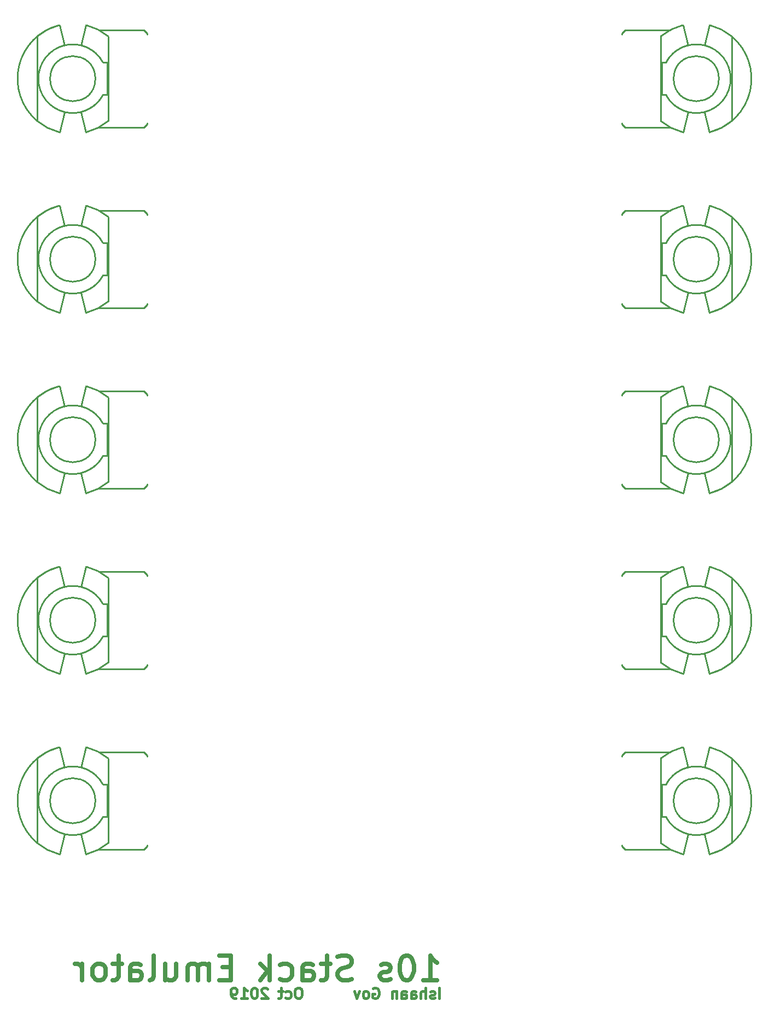
<source format=gbr>
G04 #@! TF.GenerationSoftware,KiCad,Pcbnew,(5.1.4)-1*
G04 #@! TF.CreationDate,2019-10-05T20:51:56-04:00*
G04 #@! TF.ProjectId,Fusion Cell Emulator,46757369-6f6e-4204-9365-6c6c20456d75,rev?*
G04 #@! TF.SameCoordinates,Original*
G04 #@! TF.FileFunction,Legend,Bot*
G04 #@! TF.FilePolarity,Positive*
%FSLAX46Y46*%
G04 Gerber Fmt 4.6, Leading zero omitted, Abs format (unit mm)*
G04 Created by KiCad (PCBNEW (5.1.4)-1) date 2019-10-05 20:51:56*
%MOMM*%
%LPD*%
G04 APERTURE LIST*
%ADD10C,0.381000*%
%ADD11C,0.635000*%
%ADD12C,0.254000*%
G04 APERTURE END LIST*
D10*
X160857595Y-134731880D02*
X160857595Y-133080880D01*
X160150023Y-134653261D02*
X159992785Y-134731880D01*
X159678309Y-134731880D01*
X159521071Y-134653261D01*
X159442452Y-134496023D01*
X159442452Y-134417404D01*
X159521071Y-134260166D01*
X159678309Y-134181547D01*
X159914166Y-134181547D01*
X160071404Y-134102928D01*
X160150023Y-133945690D01*
X160150023Y-133867071D01*
X160071404Y-133709833D01*
X159914166Y-133631214D01*
X159678309Y-133631214D01*
X159521071Y-133709833D01*
X158734880Y-134731880D02*
X158734880Y-133080880D01*
X158027309Y-134731880D02*
X158027309Y-133867071D01*
X158105928Y-133709833D01*
X158263166Y-133631214D01*
X158499023Y-133631214D01*
X158656261Y-133709833D01*
X158734880Y-133788452D01*
X156533547Y-134731880D02*
X156533547Y-133867071D01*
X156612166Y-133709833D01*
X156769404Y-133631214D01*
X157083880Y-133631214D01*
X157241119Y-133709833D01*
X156533547Y-134653261D02*
X156690785Y-134731880D01*
X157083880Y-134731880D01*
X157241119Y-134653261D01*
X157319738Y-134496023D01*
X157319738Y-134338785D01*
X157241119Y-134181547D01*
X157083880Y-134102928D01*
X156690785Y-134102928D01*
X156533547Y-134024309D01*
X155039785Y-134731880D02*
X155039785Y-133867071D01*
X155118404Y-133709833D01*
X155275642Y-133631214D01*
X155590119Y-133631214D01*
X155747357Y-133709833D01*
X155039785Y-134653261D02*
X155197023Y-134731880D01*
X155590119Y-134731880D01*
X155747357Y-134653261D01*
X155825976Y-134496023D01*
X155825976Y-134338785D01*
X155747357Y-134181547D01*
X155590119Y-134102928D01*
X155197023Y-134102928D01*
X155039785Y-134024309D01*
X154253595Y-133631214D02*
X154253595Y-134731880D01*
X154253595Y-133788452D02*
X154174976Y-133709833D01*
X154017738Y-133631214D01*
X153781880Y-133631214D01*
X153624642Y-133709833D01*
X153546023Y-133867071D01*
X153546023Y-134731880D01*
X150637119Y-133159500D02*
X150794357Y-133080880D01*
X151030214Y-133080880D01*
X151266071Y-133159500D01*
X151423309Y-133316738D01*
X151501928Y-133473976D01*
X151580547Y-133788452D01*
X151580547Y-134024309D01*
X151501928Y-134338785D01*
X151423309Y-134496023D01*
X151266071Y-134653261D01*
X151030214Y-134731880D01*
X150872976Y-134731880D01*
X150637119Y-134653261D01*
X150558500Y-134574642D01*
X150558500Y-134024309D01*
X150872976Y-134024309D01*
X149615071Y-134731880D02*
X149772309Y-134653261D01*
X149850928Y-134574642D01*
X149929547Y-134417404D01*
X149929547Y-133945690D01*
X149850928Y-133788452D01*
X149772309Y-133709833D01*
X149615071Y-133631214D01*
X149379214Y-133631214D01*
X149221976Y-133709833D01*
X149143357Y-133788452D01*
X149064738Y-133945690D01*
X149064738Y-134417404D01*
X149143357Y-134574642D01*
X149221976Y-134653261D01*
X149379214Y-134731880D01*
X149615071Y-134731880D01*
X148514404Y-133631214D02*
X148121309Y-134731880D01*
X147728214Y-133631214D01*
X139237357Y-133080880D02*
X138922880Y-133080880D01*
X138765642Y-133159500D01*
X138608404Y-133316738D01*
X138529785Y-133631214D01*
X138529785Y-134181547D01*
X138608404Y-134496023D01*
X138765642Y-134653261D01*
X138922880Y-134731880D01*
X139237357Y-134731880D01*
X139394595Y-134653261D01*
X139551833Y-134496023D01*
X139630452Y-134181547D01*
X139630452Y-133631214D01*
X139551833Y-133316738D01*
X139394595Y-133159500D01*
X139237357Y-133080880D01*
X137114642Y-134653261D02*
X137271880Y-134731880D01*
X137586357Y-134731880D01*
X137743595Y-134653261D01*
X137822214Y-134574642D01*
X137900833Y-134417404D01*
X137900833Y-133945690D01*
X137822214Y-133788452D01*
X137743595Y-133709833D01*
X137586357Y-133631214D01*
X137271880Y-133631214D01*
X137114642Y-133709833D01*
X136642928Y-133631214D02*
X136013976Y-133631214D01*
X136407071Y-133080880D02*
X136407071Y-134496023D01*
X136328452Y-134653261D01*
X136171214Y-134731880D01*
X136013976Y-134731880D01*
X134284357Y-133238119D02*
X134205738Y-133159500D01*
X134048500Y-133080880D01*
X133655404Y-133080880D01*
X133498166Y-133159500D01*
X133419547Y-133238119D01*
X133340928Y-133395357D01*
X133340928Y-133552595D01*
X133419547Y-133788452D01*
X134362976Y-134731880D01*
X133340928Y-134731880D01*
X132318880Y-133080880D02*
X132161642Y-133080880D01*
X132004404Y-133159500D01*
X131925785Y-133238119D01*
X131847166Y-133395357D01*
X131768547Y-133709833D01*
X131768547Y-134102928D01*
X131847166Y-134417404D01*
X131925785Y-134574642D01*
X132004404Y-134653261D01*
X132161642Y-134731880D01*
X132318880Y-134731880D01*
X132476119Y-134653261D01*
X132554738Y-134574642D01*
X132633357Y-134417404D01*
X132711976Y-134102928D01*
X132711976Y-133709833D01*
X132633357Y-133395357D01*
X132554738Y-133238119D01*
X132476119Y-133159500D01*
X132318880Y-133080880D01*
X130196166Y-134731880D02*
X131139595Y-134731880D01*
X130667880Y-134731880D02*
X130667880Y-133080880D01*
X130825119Y-133316738D01*
X130982357Y-133473976D01*
X131139595Y-133552595D01*
X129409976Y-134731880D02*
X129095500Y-134731880D01*
X128938261Y-134653261D01*
X128859642Y-134574642D01*
X128702404Y-134338785D01*
X128623785Y-134024309D01*
X128623785Y-133395357D01*
X128702404Y-133238119D01*
X128781023Y-133159500D01*
X128938261Y-133080880D01*
X129252738Y-133080880D01*
X129409976Y-133159500D01*
X129488595Y-133238119D01*
X129567214Y-133395357D01*
X129567214Y-133788452D01*
X129488595Y-133945690D01*
X129409976Y-134024309D01*
X129252738Y-134102928D01*
X128938261Y-134102928D01*
X128781023Y-134024309D01*
X128702404Y-133945690D01*
X128623785Y-133788452D01*
D11*
X158387142Y-131898571D02*
X160564285Y-131898571D01*
X159475714Y-131898571D02*
X159475714Y-128088571D01*
X159838571Y-128632857D01*
X160201428Y-128995714D01*
X160564285Y-129177142D01*
X156028571Y-128088571D02*
X155665714Y-128088571D01*
X155302857Y-128270000D01*
X155121428Y-128451428D01*
X154940000Y-128814285D01*
X154758571Y-129540000D01*
X154758571Y-130447142D01*
X154940000Y-131172857D01*
X155121428Y-131535714D01*
X155302857Y-131717142D01*
X155665714Y-131898571D01*
X156028571Y-131898571D01*
X156391428Y-131717142D01*
X156572857Y-131535714D01*
X156754285Y-131172857D01*
X156935714Y-130447142D01*
X156935714Y-129540000D01*
X156754285Y-128814285D01*
X156572857Y-128451428D01*
X156391428Y-128270000D01*
X156028571Y-128088571D01*
X153307142Y-131717142D02*
X152944285Y-131898571D01*
X152218571Y-131898571D01*
X151855714Y-131717142D01*
X151674285Y-131354285D01*
X151674285Y-131172857D01*
X151855714Y-130810000D01*
X152218571Y-130628571D01*
X152762857Y-130628571D01*
X153125714Y-130447142D01*
X153307142Y-130084285D01*
X153307142Y-129902857D01*
X153125714Y-129540000D01*
X152762857Y-129358571D01*
X152218571Y-129358571D01*
X151855714Y-129540000D01*
X147320000Y-131717142D02*
X146775714Y-131898571D01*
X145868571Y-131898571D01*
X145505714Y-131717142D01*
X145324285Y-131535714D01*
X145142857Y-131172857D01*
X145142857Y-130810000D01*
X145324285Y-130447142D01*
X145505714Y-130265714D01*
X145868571Y-130084285D01*
X146594285Y-129902857D01*
X146957142Y-129721428D01*
X147138571Y-129540000D01*
X147320000Y-129177142D01*
X147320000Y-128814285D01*
X147138571Y-128451428D01*
X146957142Y-128270000D01*
X146594285Y-128088571D01*
X145687142Y-128088571D01*
X145142857Y-128270000D01*
X144054285Y-129358571D02*
X142602857Y-129358571D01*
X143510000Y-128088571D02*
X143510000Y-131354285D01*
X143328571Y-131717142D01*
X142965714Y-131898571D01*
X142602857Y-131898571D01*
X139700000Y-131898571D02*
X139700000Y-129902857D01*
X139881428Y-129540000D01*
X140244285Y-129358571D01*
X140970000Y-129358571D01*
X141332857Y-129540000D01*
X139700000Y-131717142D02*
X140062857Y-131898571D01*
X140970000Y-131898571D01*
X141332857Y-131717142D01*
X141514285Y-131354285D01*
X141514285Y-130991428D01*
X141332857Y-130628571D01*
X140970000Y-130447142D01*
X140062857Y-130447142D01*
X139700000Y-130265714D01*
X136252857Y-131717142D02*
X136615714Y-131898571D01*
X137341428Y-131898571D01*
X137704285Y-131717142D01*
X137885714Y-131535714D01*
X138067142Y-131172857D01*
X138067142Y-130084285D01*
X137885714Y-129721428D01*
X137704285Y-129540000D01*
X137341428Y-129358571D01*
X136615714Y-129358571D01*
X136252857Y-129540000D01*
X134620000Y-131898571D02*
X134620000Y-128088571D01*
X134257142Y-130447142D02*
X133168571Y-131898571D01*
X133168571Y-129358571D02*
X134620000Y-130810000D01*
X128632857Y-129902857D02*
X127362857Y-129902857D01*
X126818571Y-131898571D02*
X128632857Y-131898571D01*
X128632857Y-128088571D01*
X126818571Y-128088571D01*
X125185714Y-131898571D02*
X125185714Y-129358571D01*
X125185714Y-129721428D02*
X125004285Y-129540000D01*
X124641428Y-129358571D01*
X124097142Y-129358571D01*
X123734285Y-129540000D01*
X123552857Y-129902857D01*
X123552857Y-131898571D01*
X123552857Y-129902857D02*
X123371428Y-129540000D01*
X123008571Y-129358571D01*
X122464285Y-129358571D01*
X122101428Y-129540000D01*
X121920000Y-129902857D01*
X121920000Y-131898571D01*
X118472857Y-129358571D02*
X118472857Y-131898571D01*
X120105714Y-129358571D02*
X120105714Y-131354285D01*
X119924285Y-131717142D01*
X119561428Y-131898571D01*
X119017142Y-131898571D01*
X118654285Y-131717142D01*
X118472857Y-131535714D01*
X116114285Y-131898571D02*
X116477142Y-131717142D01*
X116658571Y-131354285D01*
X116658571Y-128088571D01*
X113030000Y-131898571D02*
X113030000Y-129902857D01*
X113211428Y-129540000D01*
X113574285Y-129358571D01*
X114300000Y-129358571D01*
X114662857Y-129540000D01*
X113030000Y-131717142D02*
X113392857Y-131898571D01*
X114300000Y-131898571D01*
X114662857Y-131717142D01*
X114844285Y-131354285D01*
X114844285Y-130991428D01*
X114662857Y-130628571D01*
X114300000Y-130447142D01*
X113392857Y-130447142D01*
X113030000Y-130265714D01*
X111760000Y-129358571D02*
X110308571Y-129358571D01*
X111215714Y-128088571D02*
X111215714Y-131354285D01*
X111034285Y-131717142D01*
X110671428Y-131898571D01*
X110308571Y-131898571D01*
X108494285Y-131898571D02*
X108857142Y-131717142D01*
X109038571Y-131535714D01*
X109220000Y-131172857D01*
X109220000Y-130084285D01*
X109038571Y-129721428D01*
X108857142Y-129540000D01*
X108494285Y-129358571D01*
X107950000Y-129358571D01*
X107587142Y-129540000D01*
X107405714Y-129721428D01*
X107224285Y-130084285D01*
X107224285Y-131172857D01*
X107405714Y-131535714D01*
X107587142Y-131717142D01*
X107950000Y-131898571D01*
X108494285Y-131898571D01*
X105591428Y-131898571D02*
X105591428Y-129358571D01*
X105591428Y-130084285D02*
X105410000Y-129721428D01*
X105228571Y-129540000D01*
X104865714Y-129358571D01*
X104502857Y-129358571D01*
D12*
G04 #@! TO.C,RV10*
X204160000Y-104140000D02*
G75*
G03X204160000Y-104140000I-3500000J0D01*
G01*
X202719999Y-95841874D02*
X201941777Y-98976722D01*
X206159999Y-97593818D02*
G75*
G03X202719999Y-95841874I-5499999J-6546182D01*
G01*
X206160000Y-110686182D02*
X206160000Y-97593818D01*
X202720000Y-112438126D02*
G75*
G03X206160000Y-110686182I-2060000J8298126D01*
G01*
X201941777Y-109303278D02*
X202719999Y-112438126D01*
X201941778Y-109303277D02*
G75*
G03X201941777Y-98976722I-1281778J5163277D01*
G01*
X195160000Y-97593818D02*
X195160001Y-110686182D01*
X198600000Y-95841874D02*
G75*
G03X195160000Y-97593818I2060000J-8298126D01*
G01*
X199378223Y-98976722D02*
X198600001Y-95841874D01*
X199378222Y-98976721D02*
G75*
G03X195964002Y-101640000I1281778J-5163279D01*
G01*
X195340000Y-101640000D02*
X195964002Y-101640000D01*
X195340001Y-106640000D02*
X195340000Y-101640000D01*
X195964002Y-106640000D02*
X195340001Y-106640000D01*
X195964003Y-106640000D02*
G75*
G03X199378223Y-109303278I4695997J2500000D01*
G01*
X198600000Y-112438126D02*
X199378223Y-109303278D01*
X195160000Y-110686182D02*
G75*
G03X198600000Y-112438126I5500000J6546182D01*
G01*
X195964002Y-101640001D02*
X195340000Y-101640000D01*
X195964003Y-106640000D02*
G75*
G03X195964002Y-101640001I4695997J2500000D01*
G01*
X195340001Y-106640000D02*
X195964002Y-106640000D01*
X195340000Y-101640000D02*
X195340001Y-106640000D01*
X189660000Y-111690000D02*
X196647520Y-111689999D01*
X189160000Y-111190000D02*
X189660000Y-111690000D01*
X189160000Y-110998000D02*
X189160000Y-111190000D01*
X189160000Y-97090001D02*
X189160000Y-97282000D01*
X189660001Y-96590001D02*
X189160000Y-97090001D01*
X196647520Y-96590001D02*
X189660001Y-96590001D01*
X202720000Y-112438125D02*
G75*
G03X206159999Y-97593818I-2060000J8298125D01*
G01*
G04 #@! TO.C,RV9*
X107640000Y-104140000D02*
G75*
G03X107640000Y-104140000I-3500000J0D01*
G01*
X102080001Y-112438126D02*
X102858223Y-109303278D01*
X98640001Y-110686182D02*
G75*
G03X102080001Y-112438126I5499999J6546182D01*
G01*
X98640000Y-97593818D02*
X98640000Y-110686182D01*
X102080000Y-95841874D02*
G75*
G03X98640000Y-97593818I2060000J-8298126D01*
G01*
X102858223Y-98976722D02*
X102080001Y-95841874D01*
X102858222Y-98976723D02*
G75*
G03X102858223Y-109303278I1281778J-5163277D01*
G01*
X109640000Y-110686182D02*
X109639999Y-97593818D01*
X106200000Y-112438126D02*
G75*
G03X109640000Y-110686182I-2060000J8298126D01*
G01*
X105421777Y-109303278D02*
X106199999Y-112438126D01*
X105421778Y-109303279D02*
G75*
G03X108835998Y-106640000I-1281778J5163279D01*
G01*
X109460000Y-106640000D02*
X108835998Y-106640000D01*
X109459999Y-101640000D02*
X109460000Y-106640000D01*
X108835998Y-101640000D02*
X109459999Y-101640000D01*
X108835997Y-101640000D02*
G75*
G03X105421777Y-98976722I-4695997J-2500000D01*
G01*
X106200000Y-95841874D02*
X105421777Y-98976722D01*
X109640000Y-97593818D02*
G75*
G03X106200000Y-95841874I-5500000J-6546182D01*
G01*
X108835998Y-106639999D02*
X109460000Y-106640000D01*
X108835997Y-101640000D02*
G75*
G03X108835998Y-106639999I-4695997J-2500000D01*
G01*
X109459999Y-101640000D02*
X108835998Y-101640000D01*
X109460000Y-106640000D02*
X109459999Y-101640000D01*
X115140000Y-96590000D02*
X108152480Y-96590001D01*
X115640000Y-97090000D02*
X115140000Y-96590000D01*
X115640000Y-97282000D02*
X115640000Y-97090000D01*
X115640000Y-111189999D02*
X115640000Y-110998000D01*
X115139999Y-111689999D02*
X115640000Y-111189999D01*
X108152480Y-111689999D02*
X115139999Y-111689999D01*
X102080000Y-95841875D02*
G75*
G03X98640001Y-110686182I2060000J-8298125D01*
G01*
G04 #@! TO.C,RV8*
X204160000Y-76200000D02*
G75*
G03X204160000Y-76200000I-3500000J0D01*
G01*
X202719999Y-67901874D02*
X201941777Y-71036722D01*
X206159999Y-69653818D02*
G75*
G03X202719999Y-67901874I-5499999J-6546182D01*
G01*
X206160000Y-82746182D02*
X206160000Y-69653818D01*
X202720000Y-84498126D02*
G75*
G03X206160000Y-82746182I-2060000J8298126D01*
G01*
X201941777Y-81363278D02*
X202719999Y-84498126D01*
X201941778Y-81363277D02*
G75*
G03X201941777Y-71036722I-1281778J5163277D01*
G01*
X195160000Y-69653818D02*
X195160001Y-82746182D01*
X198600000Y-67901874D02*
G75*
G03X195160000Y-69653818I2060000J-8298126D01*
G01*
X199378223Y-71036722D02*
X198600001Y-67901874D01*
X199378222Y-71036721D02*
G75*
G03X195964002Y-73700000I1281778J-5163279D01*
G01*
X195340000Y-73700000D02*
X195964002Y-73700000D01*
X195340001Y-78700000D02*
X195340000Y-73700000D01*
X195964002Y-78700000D02*
X195340001Y-78700000D01*
X195964003Y-78700000D02*
G75*
G03X199378223Y-81363278I4695997J2500000D01*
G01*
X198600000Y-84498126D02*
X199378223Y-81363278D01*
X195160000Y-82746182D02*
G75*
G03X198600000Y-84498126I5500000J6546182D01*
G01*
X195964002Y-73700001D02*
X195340000Y-73700000D01*
X195964003Y-78700000D02*
G75*
G03X195964002Y-73700001I4695997J2500000D01*
G01*
X195340001Y-78700000D02*
X195964002Y-78700000D01*
X195340000Y-73700000D02*
X195340001Y-78700000D01*
X189660000Y-83750000D02*
X196647520Y-83749999D01*
X189160000Y-83250000D02*
X189660000Y-83750000D01*
X189160000Y-83058000D02*
X189160000Y-83250000D01*
X189160000Y-69150001D02*
X189160000Y-69342000D01*
X189660001Y-68650001D02*
X189160000Y-69150001D01*
X196647520Y-68650001D02*
X189660001Y-68650001D01*
X202720000Y-84498125D02*
G75*
G03X206159999Y-69653818I-2060000J8298125D01*
G01*
G04 #@! TO.C,RV7*
X107640000Y-76200000D02*
G75*
G03X107640000Y-76200000I-3500000J0D01*
G01*
X102080001Y-84498126D02*
X102858223Y-81363278D01*
X98640001Y-82746182D02*
G75*
G03X102080001Y-84498126I5499999J6546182D01*
G01*
X98640000Y-69653818D02*
X98640000Y-82746182D01*
X102080000Y-67901874D02*
G75*
G03X98640000Y-69653818I2060000J-8298126D01*
G01*
X102858223Y-71036722D02*
X102080001Y-67901874D01*
X102858222Y-71036723D02*
G75*
G03X102858223Y-81363278I1281778J-5163277D01*
G01*
X109640000Y-82746182D02*
X109639999Y-69653818D01*
X106200000Y-84498126D02*
G75*
G03X109640000Y-82746182I-2060000J8298126D01*
G01*
X105421777Y-81363278D02*
X106199999Y-84498126D01*
X105421778Y-81363279D02*
G75*
G03X108835998Y-78700000I-1281778J5163279D01*
G01*
X109460000Y-78700000D02*
X108835998Y-78700000D01*
X109459999Y-73700000D02*
X109460000Y-78700000D01*
X108835998Y-73700000D02*
X109459999Y-73700000D01*
X108835997Y-73700000D02*
G75*
G03X105421777Y-71036722I-4695997J-2500000D01*
G01*
X106200000Y-67901874D02*
X105421777Y-71036722D01*
X109640000Y-69653818D02*
G75*
G03X106200000Y-67901874I-5500000J-6546182D01*
G01*
X108835998Y-78699999D02*
X109460000Y-78700000D01*
X108835997Y-73700000D02*
G75*
G03X108835998Y-78699999I-4695997J-2500000D01*
G01*
X109459999Y-73700000D02*
X108835998Y-73700000D01*
X109460000Y-78700000D02*
X109459999Y-73700000D01*
X115140000Y-68650000D02*
X108152480Y-68650001D01*
X115640000Y-69150000D02*
X115140000Y-68650000D01*
X115640000Y-69342000D02*
X115640000Y-69150000D01*
X115640000Y-83249999D02*
X115640000Y-83058000D01*
X115139999Y-83749999D02*
X115640000Y-83249999D01*
X108152480Y-83749999D02*
X115139999Y-83749999D01*
X102080000Y-67901875D02*
G75*
G03X98640001Y-82746182I2060000J-8298125D01*
G01*
G04 #@! TO.C,RV6*
X204160000Y-48260000D02*
G75*
G03X204160000Y-48260000I-3500000J0D01*
G01*
X202719999Y-39961874D02*
X201941777Y-43096722D01*
X206159999Y-41713818D02*
G75*
G03X202719999Y-39961874I-5499999J-6546182D01*
G01*
X206160000Y-54806182D02*
X206160000Y-41713818D01*
X202720000Y-56558126D02*
G75*
G03X206160000Y-54806182I-2060000J8298126D01*
G01*
X201941777Y-53423278D02*
X202719999Y-56558126D01*
X201941778Y-53423277D02*
G75*
G03X201941777Y-43096722I-1281778J5163277D01*
G01*
X195160000Y-41713818D02*
X195160001Y-54806182D01*
X198600000Y-39961874D02*
G75*
G03X195160000Y-41713818I2060000J-8298126D01*
G01*
X199378223Y-43096722D02*
X198600001Y-39961874D01*
X199378222Y-43096721D02*
G75*
G03X195964002Y-45760000I1281778J-5163279D01*
G01*
X195340000Y-45760000D02*
X195964002Y-45760000D01*
X195340001Y-50760000D02*
X195340000Y-45760000D01*
X195964002Y-50760000D02*
X195340001Y-50760000D01*
X195964003Y-50760000D02*
G75*
G03X199378223Y-53423278I4695997J2500000D01*
G01*
X198600000Y-56558126D02*
X199378223Y-53423278D01*
X195160000Y-54806182D02*
G75*
G03X198600000Y-56558126I5500000J6546182D01*
G01*
X195964002Y-45760001D02*
X195340000Y-45760000D01*
X195964003Y-50760000D02*
G75*
G03X195964002Y-45760001I4695997J2500000D01*
G01*
X195340001Y-50760000D02*
X195964002Y-50760000D01*
X195340000Y-45760000D02*
X195340001Y-50760000D01*
X189660000Y-55810000D02*
X196647520Y-55809999D01*
X189160000Y-55310000D02*
X189660000Y-55810000D01*
X189160000Y-55118000D02*
X189160000Y-55310000D01*
X189160000Y-41210001D02*
X189160000Y-41402000D01*
X189660001Y-40710001D02*
X189160000Y-41210001D01*
X196647520Y-40710001D02*
X189660001Y-40710001D01*
X202720000Y-56558125D02*
G75*
G03X206159999Y-41713818I-2060000J8298125D01*
G01*
G04 #@! TO.C,RV5*
X107640000Y-48260000D02*
G75*
G03X107640000Y-48260000I-3500000J0D01*
G01*
X102080001Y-56558126D02*
X102858223Y-53423278D01*
X98640001Y-54806182D02*
G75*
G03X102080001Y-56558126I5499999J6546182D01*
G01*
X98640000Y-41713818D02*
X98640000Y-54806182D01*
X102080000Y-39961874D02*
G75*
G03X98640000Y-41713818I2060000J-8298126D01*
G01*
X102858223Y-43096722D02*
X102080001Y-39961874D01*
X102858222Y-43096723D02*
G75*
G03X102858223Y-53423278I1281778J-5163277D01*
G01*
X109640000Y-54806182D02*
X109639999Y-41713818D01*
X106200000Y-56558126D02*
G75*
G03X109640000Y-54806182I-2060000J8298126D01*
G01*
X105421777Y-53423278D02*
X106199999Y-56558126D01*
X105421778Y-53423279D02*
G75*
G03X108835998Y-50760000I-1281778J5163279D01*
G01*
X109460000Y-50760000D02*
X108835998Y-50760000D01*
X109459999Y-45760000D02*
X109460000Y-50760000D01*
X108835998Y-45760000D02*
X109459999Y-45760000D01*
X108835997Y-45760000D02*
G75*
G03X105421777Y-43096722I-4695997J-2500000D01*
G01*
X106200000Y-39961874D02*
X105421777Y-43096722D01*
X109640000Y-41713818D02*
G75*
G03X106200000Y-39961874I-5500000J-6546182D01*
G01*
X108835998Y-50759999D02*
X109460000Y-50760000D01*
X108835997Y-45760000D02*
G75*
G03X108835998Y-50759999I-4695997J-2500000D01*
G01*
X109459999Y-45760000D02*
X108835998Y-45760000D01*
X109460000Y-50760000D02*
X109459999Y-45760000D01*
X115140000Y-40710000D02*
X108152480Y-40710001D01*
X115640000Y-41210000D02*
X115140000Y-40710000D01*
X115640000Y-41402000D02*
X115640000Y-41210000D01*
X115640000Y-55309999D02*
X115640000Y-55118000D01*
X115139999Y-55809999D02*
X115640000Y-55309999D01*
X108152480Y-55809999D02*
X115139999Y-55809999D01*
X102080000Y-39961875D02*
G75*
G03X98640001Y-54806182I2060000J-8298125D01*
G01*
G04 #@! TO.C,RV4*
X204160000Y-20320000D02*
G75*
G03X204160000Y-20320000I-3500000J0D01*
G01*
X202719999Y-12021874D02*
X201941777Y-15156722D01*
X206159999Y-13773818D02*
G75*
G03X202719999Y-12021874I-5499999J-6546182D01*
G01*
X206160000Y-26866182D02*
X206160000Y-13773818D01*
X202720000Y-28618126D02*
G75*
G03X206160000Y-26866182I-2060000J8298126D01*
G01*
X201941777Y-25483278D02*
X202719999Y-28618126D01*
X201941778Y-25483277D02*
G75*
G03X201941777Y-15156722I-1281778J5163277D01*
G01*
X195160000Y-13773818D02*
X195160001Y-26866182D01*
X198600000Y-12021874D02*
G75*
G03X195160000Y-13773818I2060000J-8298126D01*
G01*
X199378223Y-15156722D02*
X198600001Y-12021874D01*
X199378222Y-15156721D02*
G75*
G03X195964002Y-17820000I1281778J-5163279D01*
G01*
X195340000Y-17820000D02*
X195964002Y-17820000D01*
X195340001Y-22820000D02*
X195340000Y-17820000D01*
X195964002Y-22820000D02*
X195340001Y-22820000D01*
X195964003Y-22820000D02*
G75*
G03X199378223Y-25483278I4695997J2500000D01*
G01*
X198600000Y-28618126D02*
X199378223Y-25483278D01*
X195160000Y-26866182D02*
G75*
G03X198600000Y-28618126I5500000J6546182D01*
G01*
X195964002Y-17820001D02*
X195340000Y-17820000D01*
X195964003Y-22820000D02*
G75*
G03X195964002Y-17820001I4695997J2500000D01*
G01*
X195340001Y-22820000D02*
X195964002Y-22820000D01*
X195340000Y-17820000D02*
X195340001Y-22820000D01*
X189660000Y-27870000D02*
X196647520Y-27869999D01*
X189160000Y-27370000D02*
X189660000Y-27870000D01*
X189160000Y-27178000D02*
X189160000Y-27370000D01*
X189160000Y-13270001D02*
X189160000Y-13462000D01*
X189660001Y-12770001D02*
X189160000Y-13270001D01*
X196647520Y-12770001D02*
X189660001Y-12770001D01*
X202720000Y-28618125D02*
G75*
G03X206159999Y-13773818I-2060000J8298125D01*
G01*
G04 #@! TO.C,RV3*
X107640000Y-20320000D02*
G75*
G03X107640000Y-20320000I-3500000J0D01*
G01*
X102080001Y-28618126D02*
X102858223Y-25483278D01*
X98640001Y-26866182D02*
G75*
G03X102080001Y-28618126I5499999J6546182D01*
G01*
X98640000Y-13773818D02*
X98640000Y-26866182D01*
X102080000Y-12021874D02*
G75*
G03X98640000Y-13773818I2060000J-8298126D01*
G01*
X102858223Y-15156722D02*
X102080001Y-12021874D01*
X102858222Y-15156723D02*
G75*
G03X102858223Y-25483278I1281778J-5163277D01*
G01*
X109640000Y-26866182D02*
X109639999Y-13773818D01*
X106200000Y-28618126D02*
G75*
G03X109640000Y-26866182I-2060000J8298126D01*
G01*
X105421777Y-25483278D02*
X106199999Y-28618126D01*
X105421778Y-25483279D02*
G75*
G03X108835998Y-22820000I-1281778J5163279D01*
G01*
X109460000Y-22820000D02*
X108835998Y-22820000D01*
X109459999Y-17820000D02*
X109460000Y-22820000D01*
X108835998Y-17820000D02*
X109459999Y-17820000D01*
X108835997Y-17820000D02*
G75*
G03X105421777Y-15156722I-4695997J-2500000D01*
G01*
X106200000Y-12021874D02*
X105421777Y-15156722D01*
X109640000Y-13773818D02*
G75*
G03X106200000Y-12021874I-5500000J-6546182D01*
G01*
X108835998Y-22819999D02*
X109460000Y-22820000D01*
X108835997Y-17820000D02*
G75*
G03X108835998Y-22819999I-4695997J-2500000D01*
G01*
X109459999Y-17820000D02*
X108835998Y-17820000D01*
X109460000Y-22820000D02*
X109459999Y-17820000D01*
X115140000Y-12770000D02*
X108152480Y-12770001D01*
X115640000Y-13270000D02*
X115140000Y-12770000D01*
X115640000Y-13462000D02*
X115640000Y-13270000D01*
X115640000Y-27369999D02*
X115640000Y-27178000D01*
X115139999Y-27869999D02*
X115640000Y-27369999D01*
X108152480Y-27869999D02*
X115139999Y-27869999D01*
X102080000Y-12021875D02*
G75*
G03X98640001Y-26866182I2060000J-8298125D01*
G01*
G04 #@! TO.C,RV2*
X204160000Y7620000D02*
G75*
G03X204160000Y7620000I-3500000J0D01*
G01*
X202719999Y15918126D02*
X201941777Y12783278D01*
X206159999Y14166182D02*
G75*
G03X202719999Y15918126I-5499999J-6546182D01*
G01*
X206160000Y1073818D02*
X206160000Y14166182D01*
X202720000Y-678126D02*
G75*
G03X206160000Y1073818I-2060000J8298126D01*
G01*
X201941777Y2456722D02*
X202719999Y-678126D01*
X201941778Y2456723D02*
G75*
G03X201941777Y12783278I-1281778J5163277D01*
G01*
X195160000Y14166182D02*
X195160001Y1073818D01*
X198600000Y15918126D02*
G75*
G03X195160000Y14166182I2060000J-8298126D01*
G01*
X199378223Y12783278D02*
X198600001Y15918126D01*
X199378222Y12783279D02*
G75*
G03X195964002Y10120000I1281778J-5163279D01*
G01*
X195340000Y10120000D02*
X195964002Y10120000D01*
X195340001Y5120000D02*
X195340000Y10120000D01*
X195964002Y5120000D02*
X195340001Y5120000D01*
X195964003Y5120000D02*
G75*
G03X199378223Y2456722I4695997J2500000D01*
G01*
X198600000Y-678126D02*
X199378223Y2456722D01*
X195160000Y1073818D02*
G75*
G03X198600000Y-678126I5500000J6546182D01*
G01*
X195964002Y10119999D02*
X195340000Y10120000D01*
X195964003Y5120000D02*
G75*
G03X195964002Y10119999I4695997J2500000D01*
G01*
X195340001Y5120000D02*
X195964002Y5120000D01*
X195340000Y10120000D02*
X195340001Y5120000D01*
X189660000Y70000D02*
X196647520Y70001D01*
X189160000Y570000D02*
X189660000Y70000D01*
X189160000Y762000D02*
X189160000Y570000D01*
X189160000Y14669999D02*
X189160000Y14478000D01*
X189660001Y15169999D02*
X189160000Y14669999D01*
X196647520Y15169999D02*
X189660001Y15169999D01*
X202720000Y-678125D02*
G75*
G03X206159999Y14166182I-2060000J8298125D01*
G01*
G04 #@! TO.C,RV1*
X107640000Y7620000D02*
G75*
G03X107640000Y7620000I-3500000J0D01*
G01*
X102080001Y-678126D02*
X102858223Y2456722D01*
X98640001Y1073818D02*
G75*
G03X102080001Y-678126I5499999J6546182D01*
G01*
X98640000Y14166182D02*
X98640000Y1073818D01*
X102080000Y15918126D02*
G75*
G03X98640000Y14166182I2060000J-8298126D01*
G01*
X102858223Y12783278D02*
X102080001Y15918126D01*
X102858222Y12783277D02*
G75*
G03X102858223Y2456722I1281778J-5163277D01*
G01*
X109640000Y1073818D02*
X109639999Y14166182D01*
X106200000Y-678126D02*
G75*
G03X109640000Y1073818I-2060000J8298126D01*
G01*
X105421777Y2456722D02*
X106199999Y-678126D01*
X105421778Y2456721D02*
G75*
G03X108835998Y5120000I-1281778J5163279D01*
G01*
X109460000Y5120000D02*
X108835998Y5120000D01*
X109459999Y10120000D02*
X109460000Y5120000D01*
X108835998Y10120000D02*
X109459999Y10120000D01*
X108835997Y10120000D02*
G75*
G03X105421777Y12783278I-4695997J-2500000D01*
G01*
X106200000Y15918126D02*
X105421777Y12783278D01*
X109640000Y14166182D02*
G75*
G03X106200000Y15918126I-5500000J-6546182D01*
G01*
X108835998Y5120001D02*
X109460000Y5120000D01*
X108835997Y10120000D02*
G75*
G03X108835998Y5120001I-4695997J-2500000D01*
G01*
X109459999Y10120000D02*
X108835998Y10120000D01*
X109460000Y5120000D02*
X109459999Y10120000D01*
X115140000Y15170000D02*
X108152480Y15169999D01*
X115640000Y14670000D02*
X115140000Y15170000D01*
X115640000Y14478000D02*
X115640000Y14670000D01*
X115640000Y570001D02*
X115640000Y762000D01*
X115139999Y70001D02*
X115640000Y570001D01*
X108152480Y70001D02*
X115139999Y70001D01*
X102080000Y15918125D02*
G75*
G03X98640001Y1073818I2060000J-8298125D01*
G01*
G04 #@! TD*
M02*

</source>
